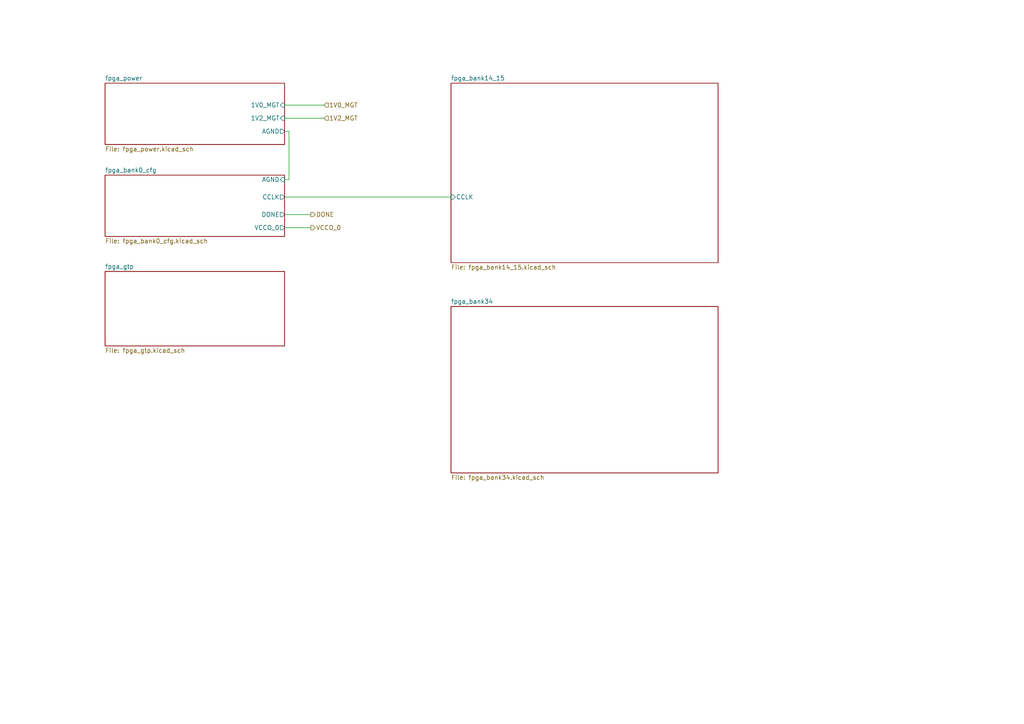
<source format=kicad_sch>
(kicad_sch (version 20211123) (generator eeschema)
  (paper "A4")
  (lib_symbols)
  (wire (pts (xy 83.82 52.07) (xy 82.55 52.07)))
  (wire (pts (xy 82.55 30.48) (xy 93.98 30.48)))
  (wire (pts (xy 82.55 66.04) (xy 90.17 66.04)))
  (wire (pts (xy 83.82 38.1) (xy 83.82 52.07)))
  (wire (pts (xy 82.55 38.1) (xy 83.82 38.1)))
  (wire (pts (xy 82.55 34.29) (xy 93.98 34.29)))
  (wire (pts (xy 90.17 62.23) (xy 82.55 62.23)))
  (wire (pts (xy 82.55 57.15) (xy 130.81 57.15)))
  (hierarchical_label "1V2_MGT" (shape input) (at 93.98 34.29 0))
  (hierarchical_label "VCCO_0" (shape output) (at 90.17 66.04 0))
  (hierarchical_label "1V0_MGT" (shape input) (at 93.98 30.48 0))
  (hierarchical_label "DONE" (shape output) (at 90.17 62.23 0))
  (sheet (at 130.81 88.9) (size 77.47 48.26)
    (property "Sheet name" "fpga_bank34" (at 130.81 88.1884 0) (effects (justify left bottom)))
    (property "Sheet file" "fpga_bank34.kicad_sch" (at 130.81 137.7446 0) (effects (justify left top)))
  )
  (sheet (at 30.48 24.13) (size 52.07 17.78)
    (property "Sheet name" "fpga_power" (at 30.48 23.4184 0) (effects (justify left bottom)))
    (property "Sheet file" "fpga_power.kicad_sch" (at 30.48 42.4946 0) (effects (justify left top)))
    (pin "1V0_MGT" input (at 82.55 30.48 0))
    (pin "1V2_MGT" input (at 82.55 34.29 0))
    (pin "AGND" output (at 82.55 38.1 0))
  )
  (sheet (at 30.48 50.8) (size 52.07 17.78)
    (property "Sheet name" "fpga_bank0_cfg" (at 30.48 50.0884 0) (effects (justify left bottom)))
    (property "Sheet file" "fpga_bank0_cfg.kicad_sch" (at 30.48 69.1646 0) (effects (justify left top)))
    (pin "AGND" input (at 82.55 52.07 0))
    (pin "CCLK" output (at 82.55 57.15 0))
    (pin "DONE" output (at 82.55 62.23 0))
    (pin "VCCO_0" output (at 82.55 66.04 0))
  )
  (sheet (at 30.48 78.74) (size 52.07 21.59)
    (property "Sheet name" "fpga_gtp" (at 30.48 78.0284 0) (effects (justify left bottom)))
    (property "Sheet file" "fpga_gtp.kicad_sch" (at 30.48 100.9146 0) (effects (justify left top)))
  )
  (sheet (at 130.81 24.13) (size 77.47 52.07)
    (property "Sheet name" "fpga_bank14_15" (at 130.81 23.4184 0) (effects (justify left bottom)))
    (property "Sheet file" "fpga_bank14_15.kicad_sch" (at 130.81 76.7846 0) (effects (justify left top)))
    (pin "CCLK" input (at 130.81 57.15 180))
  )
)
</source>
